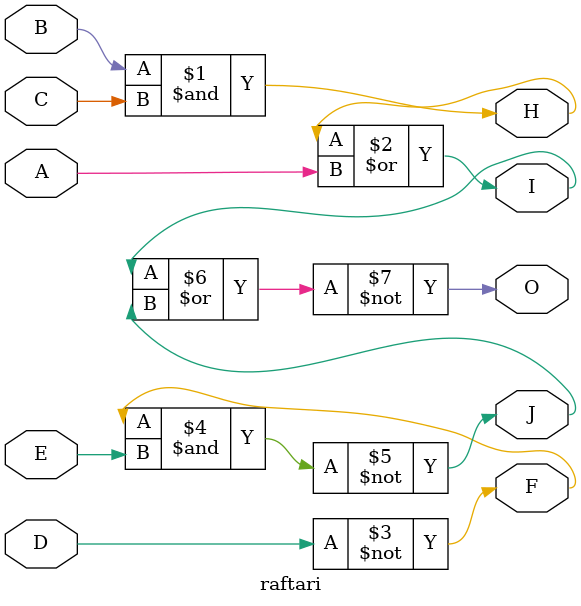
<source format=v>

module raftari (O,A,B,C,D,E,F,H,I,J); 
	
	input A,B,C,D,E;
	output O,F,H,I,J;
	
	assign H=B&C;
	
	assign I=H|A;
	
	assign F=~D;
	
	assign J=~(F&E);
	
	assign O=~(I|J);

	
	
endmodule

</source>
